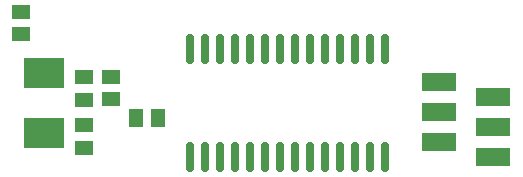
<source format=gbp>
G04 Layer_Color=128*
%FSLAX24Y24*%
%MOIN*%
G70*
G01*
G75*
%ADD10R,0.0591X0.0512*%
%ADD13R,0.0512X0.0591*%
%ADD22R,0.1339X0.0984*%
%ADD23O,0.0276X0.1024*%
%ADD24R,0.1181X0.0591*%
D10*
X4734Y3898D02*
D03*
Y3150D02*
D03*
X3848Y3130D02*
D03*
Y3878D02*
D03*
X3839Y1535D02*
D03*
Y2283D02*
D03*
X1742Y6063D02*
D03*
Y5315D02*
D03*
D13*
X5561Y2520D02*
D03*
X6309D02*
D03*
D22*
X2490Y2018D02*
D03*
Y4026D02*
D03*
D23*
X7360Y4833D02*
D03*
X7860D02*
D03*
X8360D02*
D03*
X8860D02*
D03*
X9360D02*
D03*
X9860D02*
D03*
X10360D02*
D03*
X10860D02*
D03*
X11360D02*
D03*
X11860D02*
D03*
X12360D02*
D03*
X12860D02*
D03*
X13360D02*
D03*
X13860D02*
D03*
X7360Y1211D02*
D03*
X7860D02*
D03*
X8360D02*
D03*
X8860D02*
D03*
X9360D02*
D03*
X9860D02*
D03*
X10360D02*
D03*
X10860D02*
D03*
X11360D02*
D03*
X11860D02*
D03*
X12360D02*
D03*
X12860D02*
D03*
X13360D02*
D03*
X13860D02*
D03*
D24*
X17451Y1240D02*
D03*
X15679Y1740D02*
D03*
X17451Y2240D02*
D03*
X15679Y2740D02*
D03*
X17451Y3240D02*
D03*
X15679Y3740D02*
D03*
M02*

</source>
